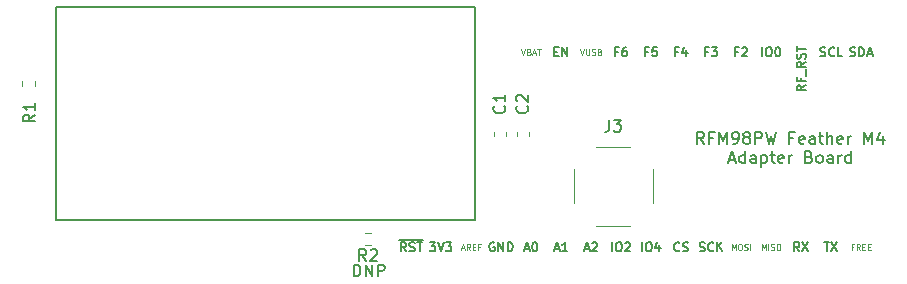
<source format=gbr>
G04 #@! TF.GenerationSoftware,KiCad,Pcbnew,(6.0.7-1)-1*
G04 #@! TF.CreationDate,2023-10-03T00:10:03-07:00*
G04 #@! TF.ProjectId,FeatherWing_KC5,46656174-6865-4725-9769-6e675f4b4335,rev?*
G04 #@! TF.SameCoordinates,Original*
G04 #@! TF.FileFunction,Legend,Top*
G04 #@! TF.FilePolarity,Positive*
%FSLAX46Y46*%
G04 Gerber Fmt 4.6, Leading zero omitted, Abs format (unit mm)*
G04 Created by KiCad (PCBNEW (6.0.7-1)-1) date 2023-10-03 00:10:03*
%MOMM*%
%LPD*%
G01*
G04 APERTURE LIST*
%ADD10C,0.150000*%
%ADD11C,0.100000*%
%ADD12C,0.120000*%
%ADD13C,0.127000*%
G04 APERTURE END LIST*
D10*
X80951428Y-63914285D02*
X81415714Y-63914285D01*
X81165714Y-64200000D01*
X81272857Y-64200000D01*
X81344285Y-64235714D01*
X81380000Y-64271428D01*
X81415714Y-64342857D01*
X81415714Y-64521428D01*
X81380000Y-64592857D01*
X81344285Y-64628571D01*
X81272857Y-64664285D01*
X81058571Y-64664285D01*
X80987142Y-64628571D01*
X80951428Y-64592857D01*
X81630000Y-63914285D02*
X81880000Y-64664285D01*
X82130000Y-63914285D01*
X82308571Y-63914285D02*
X82772857Y-63914285D01*
X82522857Y-64200000D01*
X82630000Y-64200000D01*
X82701428Y-64235714D01*
X82737142Y-64271428D01*
X82772857Y-64342857D01*
X82772857Y-64521428D01*
X82737142Y-64592857D01*
X82701428Y-64628571D01*
X82630000Y-64664285D01*
X82415714Y-64664285D01*
X82344285Y-64628571D01*
X82308571Y-64592857D01*
D11*
X83610476Y-64408333D02*
X83848571Y-64408333D01*
X83562857Y-64551190D02*
X83729523Y-64051190D01*
X83896190Y-64551190D01*
X84348571Y-64551190D02*
X84181904Y-64313095D01*
X84062857Y-64551190D02*
X84062857Y-64051190D01*
X84253333Y-64051190D01*
X84300952Y-64075000D01*
X84324761Y-64098809D01*
X84348571Y-64146428D01*
X84348571Y-64217857D01*
X84324761Y-64265476D01*
X84300952Y-64289285D01*
X84253333Y-64313095D01*
X84062857Y-64313095D01*
X84562857Y-64289285D02*
X84729523Y-64289285D01*
X84800952Y-64551190D02*
X84562857Y-64551190D01*
X84562857Y-64051190D01*
X84800952Y-64051190D01*
X85181904Y-64289285D02*
X85015238Y-64289285D01*
X85015238Y-64551190D02*
X85015238Y-64051190D01*
X85253333Y-64051190D01*
D10*
X86388571Y-63950000D02*
X86317142Y-63914285D01*
X86210000Y-63914285D01*
X86102857Y-63950000D01*
X86031428Y-64021428D01*
X85995714Y-64092857D01*
X85960000Y-64235714D01*
X85960000Y-64342857D01*
X85995714Y-64485714D01*
X86031428Y-64557142D01*
X86102857Y-64628571D01*
X86210000Y-64664285D01*
X86281428Y-64664285D01*
X86388571Y-64628571D01*
X86424285Y-64592857D01*
X86424285Y-64342857D01*
X86281428Y-64342857D01*
X86745714Y-64664285D02*
X86745714Y-63914285D01*
X87174285Y-64664285D01*
X87174285Y-63914285D01*
X87531428Y-64664285D02*
X87531428Y-63914285D01*
X87710000Y-63914285D01*
X87817142Y-63950000D01*
X87888571Y-64021428D01*
X87924285Y-64092857D01*
X87960000Y-64235714D01*
X87960000Y-64342857D01*
X87924285Y-64485714D01*
X87888571Y-64557142D01*
X87817142Y-64628571D01*
X87710000Y-64664285D01*
X87531428Y-64664285D01*
X88964285Y-64450000D02*
X89321428Y-64450000D01*
X88892857Y-64664285D02*
X89142857Y-63914285D01*
X89392857Y-64664285D01*
X89785714Y-63914285D02*
X89857142Y-63914285D01*
X89928571Y-63950000D01*
X89964285Y-63985714D01*
X90000000Y-64057142D01*
X90035714Y-64200000D01*
X90035714Y-64378571D01*
X90000000Y-64521428D01*
X89964285Y-64592857D01*
X89928571Y-64628571D01*
X89857142Y-64664285D01*
X89785714Y-64664285D01*
X89714285Y-64628571D01*
X89678571Y-64592857D01*
X89642857Y-64521428D01*
X89607142Y-64378571D01*
X89607142Y-64200000D01*
X89642857Y-64057142D01*
X89678571Y-63985714D01*
X89714285Y-63950000D01*
X89785714Y-63914285D01*
X91504285Y-64450000D02*
X91861428Y-64450000D01*
X91432857Y-64664285D02*
X91682857Y-63914285D01*
X91932857Y-64664285D01*
X92575714Y-64664285D02*
X92147142Y-64664285D01*
X92361428Y-64664285D02*
X92361428Y-63914285D01*
X92290000Y-64021428D01*
X92218571Y-64092857D01*
X92147142Y-64128571D01*
X94044285Y-64450000D02*
X94401428Y-64450000D01*
X93972857Y-64664285D02*
X94222857Y-63914285D01*
X94472857Y-64664285D01*
X94687142Y-63985714D02*
X94722857Y-63950000D01*
X94794285Y-63914285D01*
X94972857Y-63914285D01*
X95044285Y-63950000D01*
X95080000Y-63985714D01*
X95115714Y-64057142D01*
X95115714Y-64128571D01*
X95080000Y-64235714D01*
X94651428Y-64664285D01*
X95115714Y-64664285D01*
X96370000Y-64664285D02*
X96370000Y-63914285D01*
X96870000Y-63914285D02*
X97012857Y-63914285D01*
X97084285Y-63950000D01*
X97155714Y-64021428D01*
X97191428Y-64164285D01*
X97191428Y-64414285D01*
X97155714Y-64557142D01*
X97084285Y-64628571D01*
X97012857Y-64664285D01*
X96870000Y-64664285D01*
X96798571Y-64628571D01*
X96727142Y-64557142D01*
X96691428Y-64414285D01*
X96691428Y-64164285D01*
X96727142Y-64021428D01*
X96798571Y-63950000D01*
X96870000Y-63914285D01*
X97477142Y-63985714D02*
X97512857Y-63950000D01*
X97584285Y-63914285D01*
X97762857Y-63914285D01*
X97834285Y-63950000D01*
X97870000Y-63985714D01*
X97905714Y-64057142D01*
X97905714Y-64128571D01*
X97870000Y-64235714D01*
X97441428Y-64664285D01*
X97905714Y-64664285D01*
X98910000Y-64664285D02*
X98910000Y-63914285D01*
X99410000Y-63914285D02*
X99552857Y-63914285D01*
X99624285Y-63950000D01*
X99695714Y-64021428D01*
X99731428Y-64164285D01*
X99731428Y-64414285D01*
X99695714Y-64557142D01*
X99624285Y-64628571D01*
X99552857Y-64664285D01*
X99410000Y-64664285D01*
X99338571Y-64628571D01*
X99267142Y-64557142D01*
X99231428Y-64414285D01*
X99231428Y-64164285D01*
X99267142Y-64021428D01*
X99338571Y-63950000D01*
X99410000Y-63914285D01*
X100374285Y-64164285D02*
X100374285Y-64664285D01*
X100195714Y-63878571D02*
X100017142Y-64414285D01*
X100481428Y-64414285D01*
X102075000Y-64592857D02*
X102039285Y-64628571D01*
X101932142Y-64664285D01*
X101860714Y-64664285D01*
X101753571Y-64628571D01*
X101682142Y-64557142D01*
X101646428Y-64485714D01*
X101610714Y-64342857D01*
X101610714Y-64235714D01*
X101646428Y-64092857D01*
X101682142Y-64021428D01*
X101753571Y-63950000D01*
X101860714Y-63914285D01*
X101932142Y-63914285D01*
X102039285Y-63950000D01*
X102075000Y-63985714D01*
X102360714Y-64628571D02*
X102467857Y-64664285D01*
X102646428Y-64664285D01*
X102717857Y-64628571D01*
X102753571Y-64592857D01*
X102789285Y-64521428D01*
X102789285Y-64450000D01*
X102753571Y-64378571D01*
X102717857Y-64342857D01*
X102646428Y-64307142D01*
X102503571Y-64271428D01*
X102432142Y-64235714D01*
X102396428Y-64200000D01*
X102360714Y-64128571D01*
X102360714Y-64057142D01*
X102396428Y-63985714D01*
X102432142Y-63950000D01*
X102503571Y-63914285D01*
X102682142Y-63914285D01*
X102789285Y-63950000D01*
X103775714Y-64628571D02*
X103882857Y-64664285D01*
X104061428Y-64664285D01*
X104132857Y-64628571D01*
X104168571Y-64592857D01*
X104204285Y-64521428D01*
X104204285Y-64450000D01*
X104168571Y-64378571D01*
X104132857Y-64342857D01*
X104061428Y-64307142D01*
X103918571Y-64271428D01*
X103847142Y-64235714D01*
X103811428Y-64200000D01*
X103775714Y-64128571D01*
X103775714Y-64057142D01*
X103811428Y-63985714D01*
X103847142Y-63950000D01*
X103918571Y-63914285D01*
X104097142Y-63914285D01*
X104204285Y-63950000D01*
X104954285Y-64592857D02*
X104918571Y-64628571D01*
X104811428Y-64664285D01*
X104740000Y-64664285D01*
X104632857Y-64628571D01*
X104561428Y-64557142D01*
X104525714Y-64485714D01*
X104490000Y-64342857D01*
X104490000Y-64235714D01*
X104525714Y-64092857D01*
X104561428Y-64021428D01*
X104632857Y-63950000D01*
X104740000Y-63914285D01*
X104811428Y-63914285D01*
X104918571Y-63950000D01*
X104954285Y-63985714D01*
X105275714Y-64664285D02*
X105275714Y-63914285D01*
X105704285Y-64664285D02*
X105382857Y-64235714D01*
X105704285Y-63914285D02*
X105275714Y-64342857D01*
D11*
X106494285Y-64551190D02*
X106494285Y-64051190D01*
X106660952Y-64408333D01*
X106827619Y-64051190D01*
X106827619Y-64551190D01*
X107160952Y-64051190D02*
X107256190Y-64051190D01*
X107303809Y-64075000D01*
X107351428Y-64122619D01*
X107375238Y-64217857D01*
X107375238Y-64384523D01*
X107351428Y-64479761D01*
X107303809Y-64527380D01*
X107256190Y-64551190D01*
X107160952Y-64551190D01*
X107113333Y-64527380D01*
X107065714Y-64479761D01*
X107041904Y-64384523D01*
X107041904Y-64217857D01*
X107065714Y-64122619D01*
X107113333Y-64075000D01*
X107160952Y-64051190D01*
X107565714Y-64527380D02*
X107637142Y-64551190D01*
X107756190Y-64551190D01*
X107803809Y-64527380D01*
X107827619Y-64503571D01*
X107851428Y-64455952D01*
X107851428Y-64408333D01*
X107827619Y-64360714D01*
X107803809Y-64336904D01*
X107756190Y-64313095D01*
X107660952Y-64289285D01*
X107613333Y-64265476D01*
X107589523Y-64241666D01*
X107565714Y-64194047D01*
X107565714Y-64146428D01*
X107589523Y-64098809D01*
X107613333Y-64075000D01*
X107660952Y-64051190D01*
X107780000Y-64051190D01*
X107851428Y-64075000D01*
X108065714Y-64551190D02*
X108065714Y-64051190D01*
X109034285Y-64551190D02*
X109034285Y-64051190D01*
X109200952Y-64408333D01*
X109367619Y-64051190D01*
X109367619Y-64551190D01*
X109605714Y-64551190D02*
X109605714Y-64051190D01*
X109820000Y-64527380D02*
X109891428Y-64551190D01*
X110010476Y-64551190D01*
X110058095Y-64527380D01*
X110081904Y-64503571D01*
X110105714Y-64455952D01*
X110105714Y-64408333D01*
X110081904Y-64360714D01*
X110058095Y-64336904D01*
X110010476Y-64313095D01*
X109915238Y-64289285D01*
X109867619Y-64265476D01*
X109843809Y-64241666D01*
X109820000Y-64194047D01*
X109820000Y-64146428D01*
X109843809Y-64098809D01*
X109867619Y-64075000D01*
X109915238Y-64051190D01*
X110034285Y-64051190D01*
X110105714Y-64075000D01*
X110415238Y-64051190D02*
X110510476Y-64051190D01*
X110558095Y-64075000D01*
X110605714Y-64122619D01*
X110629523Y-64217857D01*
X110629523Y-64384523D01*
X110605714Y-64479761D01*
X110558095Y-64527380D01*
X110510476Y-64551190D01*
X110415238Y-64551190D01*
X110367619Y-64527380D01*
X110320000Y-64479761D01*
X110296190Y-64384523D01*
X110296190Y-64217857D01*
X110320000Y-64122619D01*
X110367619Y-64075000D01*
X110415238Y-64051190D01*
D10*
X112235000Y-64664285D02*
X111985000Y-64307142D01*
X111806428Y-64664285D02*
X111806428Y-63914285D01*
X112092142Y-63914285D01*
X112163571Y-63950000D01*
X112199285Y-63985714D01*
X112235000Y-64057142D01*
X112235000Y-64164285D01*
X112199285Y-64235714D01*
X112163571Y-64271428D01*
X112092142Y-64307142D01*
X111806428Y-64307142D01*
X112485000Y-63914285D02*
X112985000Y-64664285D01*
X112985000Y-63914285D02*
X112485000Y-64664285D01*
X114328571Y-63914285D02*
X114757142Y-63914285D01*
X114542857Y-64664285D02*
X114542857Y-63914285D01*
X114935714Y-63914285D02*
X115435714Y-64664285D01*
X115435714Y-63914285D02*
X114935714Y-64664285D01*
D11*
X116809047Y-64289285D02*
X116642380Y-64289285D01*
X116642380Y-64551190D02*
X116642380Y-64051190D01*
X116880476Y-64051190D01*
X117356666Y-64551190D02*
X117190000Y-64313095D01*
X117070952Y-64551190D02*
X117070952Y-64051190D01*
X117261428Y-64051190D01*
X117309047Y-64075000D01*
X117332857Y-64098809D01*
X117356666Y-64146428D01*
X117356666Y-64217857D01*
X117332857Y-64265476D01*
X117309047Y-64289285D01*
X117261428Y-64313095D01*
X117070952Y-64313095D01*
X117570952Y-64289285D02*
X117737619Y-64289285D01*
X117809047Y-64551190D02*
X117570952Y-64551190D01*
X117570952Y-64051190D01*
X117809047Y-64051190D01*
X118023333Y-64289285D02*
X118190000Y-64289285D01*
X118261428Y-64551190D02*
X118023333Y-64551190D01*
X118023333Y-64051190D01*
X118261428Y-64051190D01*
D10*
X116529285Y-48118571D02*
X116636428Y-48154285D01*
X116815000Y-48154285D01*
X116886428Y-48118571D01*
X116922142Y-48082857D01*
X116957857Y-48011428D01*
X116957857Y-47940000D01*
X116922142Y-47868571D01*
X116886428Y-47832857D01*
X116815000Y-47797142D01*
X116672142Y-47761428D01*
X116600714Y-47725714D01*
X116565000Y-47690000D01*
X116529285Y-47618571D01*
X116529285Y-47547142D01*
X116565000Y-47475714D01*
X116600714Y-47440000D01*
X116672142Y-47404285D01*
X116850714Y-47404285D01*
X116957857Y-47440000D01*
X117279285Y-48154285D02*
X117279285Y-47404285D01*
X117457857Y-47404285D01*
X117565000Y-47440000D01*
X117636428Y-47511428D01*
X117672142Y-47582857D01*
X117707857Y-47725714D01*
X117707857Y-47832857D01*
X117672142Y-47975714D01*
X117636428Y-48047142D01*
X117565000Y-48118571D01*
X117457857Y-48154285D01*
X117279285Y-48154285D01*
X117993571Y-47940000D02*
X118350714Y-47940000D01*
X117922142Y-48154285D02*
X118172142Y-47404285D01*
X118422142Y-48154285D01*
X114007142Y-48118571D02*
X114114285Y-48154285D01*
X114292857Y-48154285D01*
X114364285Y-48118571D01*
X114400000Y-48082857D01*
X114435714Y-48011428D01*
X114435714Y-47940000D01*
X114400000Y-47868571D01*
X114364285Y-47832857D01*
X114292857Y-47797142D01*
X114150000Y-47761428D01*
X114078571Y-47725714D01*
X114042857Y-47690000D01*
X114007142Y-47618571D01*
X114007142Y-47547142D01*
X114042857Y-47475714D01*
X114078571Y-47440000D01*
X114150000Y-47404285D01*
X114328571Y-47404285D01*
X114435714Y-47440000D01*
X115185714Y-48082857D02*
X115150000Y-48118571D01*
X115042857Y-48154285D01*
X114971428Y-48154285D01*
X114864285Y-48118571D01*
X114792857Y-48047142D01*
X114757142Y-47975714D01*
X114721428Y-47832857D01*
X114721428Y-47725714D01*
X114757142Y-47582857D01*
X114792857Y-47511428D01*
X114864285Y-47440000D01*
X114971428Y-47404285D01*
X115042857Y-47404285D01*
X115150000Y-47440000D01*
X115185714Y-47475714D01*
X115864285Y-48154285D02*
X115507142Y-48154285D01*
X115507142Y-47404285D01*
X112749285Y-50612857D02*
X112392142Y-50862857D01*
X112749285Y-51041428D02*
X111999285Y-51041428D01*
X111999285Y-50755714D01*
X112035000Y-50684285D01*
X112070714Y-50648571D01*
X112142142Y-50612857D01*
X112249285Y-50612857D01*
X112320714Y-50648571D01*
X112356428Y-50684285D01*
X112392142Y-50755714D01*
X112392142Y-51041428D01*
X112356428Y-50041428D02*
X112356428Y-50291428D01*
X112749285Y-50291428D02*
X111999285Y-50291428D01*
X111999285Y-49934285D01*
X112820714Y-49827142D02*
X112820714Y-49255714D01*
X112749285Y-48648571D02*
X112392142Y-48898571D01*
X112749285Y-49077142D02*
X111999285Y-49077142D01*
X111999285Y-48791428D01*
X112035000Y-48720000D01*
X112070714Y-48684285D01*
X112142142Y-48648571D01*
X112249285Y-48648571D01*
X112320714Y-48684285D01*
X112356428Y-48720000D01*
X112392142Y-48791428D01*
X112392142Y-49077142D01*
X112713571Y-48362857D02*
X112749285Y-48255714D01*
X112749285Y-48077142D01*
X112713571Y-48005714D01*
X112677857Y-47970000D01*
X112606428Y-47934285D01*
X112535000Y-47934285D01*
X112463571Y-47970000D01*
X112427857Y-48005714D01*
X112392142Y-48077142D01*
X112356428Y-48220000D01*
X112320714Y-48291428D01*
X112285000Y-48327142D01*
X112213571Y-48362857D01*
X112142142Y-48362857D01*
X112070714Y-48327142D01*
X112035000Y-48291428D01*
X111999285Y-48220000D01*
X111999285Y-48041428D01*
X112035000Y-47934285D01*
X111999285Y-47720000D02*
X111999285Y-47291428D01*
X112749285Y-47505714D02*
X111999285Y-47505714D01*
X109070000Y-48154285D02*
X109070000Y-47404285D01*
X109570000Y-47404285D02*
X109712857Y-47404285D01*
X109784285Y-47440000D01*
X109855714Y-47511428D01*
X109891428Y-47654285D01*
X109891428Y-47904285D01*
X109855714Y-48047142D01*
X109784285Y-48118571D01*
X109712857Y-48154285D01*
X109570000Y-48154285D01*
X109498571Y-48118571D01*
X109427142Y-48047142D01*
X109391428Y-47904285D01*
X109391428Y-47654285D01*
X109427142Y-47511428D01*
X109498571Y-47440000D01*
X109570000Y-47404285D01*
X110355714Y-47404285D02*
X110427142Y-47404285D01*
X110498571Y-47440000D01*
X110534285Y-47475714D01*
X110570000Y-47547142D01*
X110605714Y-47690000D01*
X110605714Y-47868571D01*
X110570000Y-48011428D01*
X110534285Y-48082857D01*
X110498571Y-48118571D01*
X110427142Y-48154285D01*
X110355714Y-48154285D01*
X110284285Y-48118571D01*
X110248571Y-48082857D01*
X110212857Y-48011428D01*
X110177142Y-47868571D01*
X110177142Y-47690000D01*
X110212857Y-47547142D01*
X110248571Y-47475714D01*
X110284285Y-47440000D01*
X110355714Y-47404285D01*
X107030000Y-47761428D02*
X106780000Y-47761428D01*
X106780000Y-48154285D02*
X106780000Y-47404285D01*
X107137142Y-47404285D01*
X107387142Y-47475714D02*
X107422857Y-47440000D01*
X107494285Y-47404285D01*
X107672857Y-47404285D01*
X107744285Y-47440000D01*
X107780000Y-47475714D01*
X107815714Y-47547142D01*
X107815714Y-47618571D01*
X107780000Y-47725714D01*
X107351428Y-48154285D01*
X107815714Y-48154285D01*
X104490000Y-47761428D02*
X104240000Y-47761428D01*
X104240000Y-48154285D02*
X104240000Y-47404285D01*
X104597142Y-47404285D01*
X104811428Y-47404285D02*
X105275714Y-47404285D01*
X105025714Y-47690000D01*
X105132857Y-47690000D01*
X105204285Y-47725714D01*
X105240000Y-47761428D01*
X105275714Y-47832857D01*
X105275714Y-48011428D01*
X105240000Y-48082857D01*
X105204285Y-48118571D01*
X105132857Y-48154285D01*
X104918571Y-48154285D01*
X104847142Y-48118571D01*
X104811428Y-48082857D01*
X101950000Y-47761428D02*
X101700000Y-47761428D01*
X101700000Y-48154285D02*
X101700000Y-47404285D01*
X102057142Y-47404285D01*
X102664285Y-47654285D02*
X102664285Y-48154285D01*
X102485714Y-47368571D02*
X102307142Y-47904285D01*
X102771428Y-47904285D01*
X99410000Y-47761428D02*
X99160000Y-47761428D01*
X99160000Y-48154285D02*
X99160000Y-47404285D01*
X99517142Y-47404285D01*
X100160000Y-47404285D02*
X99802857Y-47404285D01*
X99767142Y-47761428D01*
X99802857Y-47725714D01*
X99874285Y-47690000D01*
X100052857Y-47690000D01*
X100124285Y-47725714D01*
X100160000Y-47761428D01*
X100195714Y-47832857D01*
X100195714Y-48011428D01*
X100160000Y-48082857D01*
X100124285Y-48118571D01*
X100052857Y-48154285D01*
X99874285Y-48154285D01*
X99802857Y-48118571D01*
X99767142Y-48082857D01*
X96870000Y-47761428D02*
X96620000Y-47761428D01*
X96620000Y-48154285D02*
X96620000Y-47404285D01*
X96977142Y-47404285D01*
X97584285Y-47404285D02*
X97441428Y-47404285D01*
X97370000Y-47440000D01*
X97334285Y-47475714D01*
X97262857Y-47582857D01*
X97227142Y-47725714D01*
X97227142Y-48011428D01*
X97262857Y-48082857D01*
X97298571Y-48118571D01*
X97370000Y-48154285D01*
X97512857Y-48154285D01*
X97584285Y-48118571D01*
X97620000Y-48082857D01*
X97655714Y-48011428D01*
X97655714Y-47832857D01*
X97620000Y-47761428D01*
X97584285Y-47725714D01*
X97512857Y-47690000D01*
X97370000Y-47690000D01*
X97298571Y-47725714D01*
X97262857Y-47761428D01*
X97227142Y-47832857D01*
X91486428Y-47761428D02*
X91736428Y-47761428D01*
X91843571Y-48154285D02*
X91486428Y-48154285D01*
X91486428Y-47404285D01*
X91843571Y-47404285D01*
X92165000Y-48154285D02*
X92165000Y-47404285D01*
X92593571Y-48154285D01*
X92593571Y-47404285D01*
D11*
X88678571Y-47541190D02*
X88845238Y-48041190D01*
X89011904Y-47541190D01*
X89345238Y-47779285D02*
X89416666Y-47803095D01*
X89440476Y-47826904D01*
X89464285Y-47874523D01*
X89464285Y-47945952D01*
X89440476Y-47993571D01*
X89416666Y-48017380D01*
X89369047Y-48041190D01*
X89178571Y-48041190D01*
X89178571Y-47541190D01*
X89345238Y-47541190D01*
X89392857Y-47565000D01*
X89416666Y-47588809D01*
X89440476Y-47636428D01*
X89440476Y-47684047D01*
X89416666Y-47731666D01*
X89392857Y-47755476D01*
X89345238Y-47779285D01*
X89178571Y-47779285D01*
X89654761Y-47898333D02*
X89892857Y-47898333D01*
X89607142Y-48041190D02*
X89773809Y-47541190D01*
X89940476Y-48041190D01*
X90035714Y-47541190D02*
X90321428Y-47541190D01*
X90178571Y-48041190D02*
X90178571Y-47541190D01*
X93663333Y-47541190D02*
X93830000Y-48041190D01*
X93996666Y-47541190D01*
X94163333Y-47541190D02*
X94163333Y-47945952D01*
X94187142Y-47993571D01*
X94210952Y-48017380D01*
X94258571Y-48041190D01*
X94353809Y-48041190D01*
X94401428Y-48017380D01*
X94425238Y-47993571D01*
X94449047Y-47945952D01*
X94449047Y-47541190D01*
X94663333Y-48017380D02*
X94734761Y-48041190D01*
X94853809Y-48041190D01*
X94901428Y-48017380D01*
X94925238Y-47993571D01*
X94949047Y-47945952D01*
X94949047Y-47898333D01*
X94925238Y-47850714D01*
X94901428Y-47826904D01*
X94853809Y-47803095D01*
X94758571Y-47779285D01*
X94710952Y-47755476D01*
X94687142Y-47731666D01*
X94663333Y-47684047D01*
X94663333Y-47636428D01*
X94687142Y-47588809D01*
X94710952Y-47565000D01*
X94758571Y-47541190D01*
X94877619Y-47541190D01*
X94949047Y-47565000D01*
X95330000Y-47779285D02*
X95401428Y-47803095D01*
X95425238Y-47826904D01*
X95449047Y-47874523D01*
X95449047Y-47945952D01*
X95425238Y-47993571D01*
X95401428Y-48017380D01*
X95353809Y-48041190D01*
X95163333Y-48041190D01*
X95163333Y-47541190D01*
X95330000Y-47541190D01*
X95377619Y-47565000D01*
X95401428Y-47588809D01*
X95425238Y-47636428D01*
X95425238Y-47684047D01*
X95401428Y-47731666D01*
X95377619Y-47755476D01*
X95330000Y-47779285D01*
X95163333Y-47779285D01*
D10*
X74494285Y-66792380D02*
X74494285Y-65792380D01*
X74732380Y-65792380D01*
X74875238Y-65840000D01*
X74970476Y-65935238D01*
X75018095Y-66030476D01*
X75065714Y-66220952D01*
X75065714Y-66363809D01*
X75018095Y-66554285D01*
X74970476Y-66649523D01*
X74875238Y-66744761D01*
X74732380Y-66792380D01*
X74494285Y-66792380D01*
X75494285Y-66792380D02*
X75494285Y-65792380D01*
X76065714Y-66792380D01*
X76065714Y-65792380D01*
X76541904Y-66792380D02*
X76541904Y-65792380D01*
X76922857Y-65792380D01*
X77018095Y-65840000D01*
X77065714Y-65887619D01*
X77113333Y-65982857D01*
X77113333Y-66125714D01*
X77065714Y-66220952D01*
X77018095Y-66268571D01*
X76922857Y-66316190D01*
X76541904Y-66316190D01*
X104150476Y-55587380D02*
X103817142Y-55111190D01*
X103579047Y-55587380D02*
X103579047Y-54587380D01*
X103960000Y-54587380D01*
X104055238Y-54635000D01*
X104102857Y-54682619D01*
X104150476Y-54777857D01*
X104150476Y-54920714D01*
X104102857Y-55015952D01*
X104055238Y-55063571D01*
X103960000Y-55111190D01*
X103579047Y-55111190D01*
X104912380Y-55063571D02*
X104579047Y-55063571D01*
X104579047Y-55587380D02*
X104579047Y-54587380D01*
X105055238Y-54587380D01*
X105436190Y-55587380D02*
X105436190Y-54587380D01*
X105769523Y-55301666D01*
X106102857Y-54587380D01*
X106102857Y-55587380D01*
X106626666Y-55587380D02*
X106817142Y-55587380D01*
X106912380Y-55539761D01*
X106960000Y-55492142D01*
X107055238Y-55349285D01*
X107102857Y-55158809D01*
X107102857Y-54777857D01*
X107055238Y-54682619D01*
X107007619Y-54635000D01*
X106912380Y-54587380D01*
X106721904Y-54587380D01*
X106626666Y-54635000D01*
X106579047Y-54682619D01*
X106531428Y-54777857D01*
X106531428Y-55015952D01*
X106579047Y-55111190D01*
X106626666Y-55158809D01*
X106721904Y-55206428D01*
X106912380Y-55206428D01*
X107007619Y-55158809D01*
X107055238Y-55111190D01*
X107102857Y-55015952D01*
X107674285Y-55015952D02*
X107579047Y-54968333D01*
X107531428Y-54920714D01*
X107483809Y-54825476D01*
X107483809Y-54777857D01*
X107531428Y-54682619D01*
X107579047Y-54635000D01*
X107674285Y-54587380D01*
X107864761Y-54587380D01*
X107960000Y-54635000D01*
X108007619Y-54682619D01*
X108055238Y-54777857D01*
X108055238Y-54825476D01*
X108007619Y-54920714D01*
X107960000Y-54968333D01*
X107864761Y-55015952D01*
X107674285Y-55015952D01*
X107579047Y-55063571D01*
X107531428Y-55111190D01*
X107483809Y-55206428D01*
X107483809Y-55396904D01*
X107531428Y-55492142D01*
X107579047Y-55539761D01*
X107674285Y-55587380D01*
X107864761Y-55587380D01*
X107960000Y-55539761D01*
X108007619Y-55492142D01*
X108055238Y-55396904D01*
X108055238Y-55206428D01*
X108007619Y-55111190D01*
X107960000Y-55063571D01*
X107864761Y-55015952D01*
X108483809Y-55587380D02*
X108483809Y-54587380D01*
X108864761Y-54587380D01*
X108960000Y-54635000D01*
X109007619Y-54682619D01*
X109055238Y-54777857D01*
X109055238Y-54920714D01*
X109007619Y-55015952D01*
X108960000Y-55063571D01*
X108864761Y-55111190D01*
X108483809Y-55111190D01*
X109388571Y-54587380D02*
X109626666Y-55587380D01*
X109817142Y-54873095D01*
X110007619Y-55587380D01*
X110245714Y-54587380D01*
X111721904Y-55063571D02*
X111388571Y-55063571D01*
X111388571Y-55587380D02*
X111388571Y-54587380D01*
X111864761Y-54587380D01*
X112626666Y-55539761D02*
X112531428Y-55587380D01*
X112340952Y-55587380D01*
X112245714Y-55539761D01*
X112198095Y-55444523D01*
X112198095Y-55063571D01*
X112245714Y-54968333D01*
X112340952Y-54920714D01*
X112531428Y-54920714D01*
X112626666Y-54968333D01*
X112674285Y-55063571D01*
X112674285Y-55158809D01*
X112198095Y-55254047D01*
X113531428Y-55587380D02*
X113531428Y-55063571D01*
X113483809Y-54968333D01*
X113388571Y-54920714D01*
X113198095Y-54920714D01*
X113102857Y-54968333D01*
X113531428Y-55539761D02*
X113436190Y-55587380D01*
X113198095Y-55587380D01*
X113102857Y-55539761D01*
X113055238Y-55444523D01*
X113055238Y-55349285D01*
X113102857Y-55254047D01*
X113198095Y-55206428D01*
X113436190Y-55206428D01*
X113531428Y-55158809D01*
X113864761Y-54920714D02*
X114245714Y-54920714D01*
X114007619Y-54587380D02*
X114007619Y-55444523D01*
X114055238Y-55539761D01*
X114150476Y-55587380D01*
X114245714Y-55587380D01*
X114579047Y-55587380D02*
X114579047Y-54587380D01*
X115007619Y-55587380D02*
X115007619Y-55063571D01*
X114960000Y-54968333D01*
X114864761Y-54920714D01*
X114721904Y-54920714D01*
X114626666Y-54968333D01*
X114579047Y-55015952D01*
X115864761Y-55539761D02*
X115769523Y-55587380D01*
X115579047Y-55587380D01*
X115483809Y-55539761D01*
X115436190Y-55444523D01*
X115436190Y-55063571D01*
X115483809Y-54968333D01*
X115579047Y-54920714D01*
X115769523Y-54920714D01*
X115864761Y-54968333D01*
X115912380Y-55063571D01*
X115912380Y-55158809D01*
X115436190Y-55254047D01*
X116340952Y-55587380D02*
X116340952Y-54920714D01*
X116340952Y-55111190D02*
X116388571Y-55015952D01*
X116436190Y-54968333D01*
X116531428Y-54920714D01*
X116626666Y-54920714D01*
X117721904Y-55587380D02*
X117721904Y-54587380D01*
X118055238Y-55301666D01*
X118388571Y-54587380D01*
X118388571Y-55587380D01*
X119293333Y-54920714D02*
X119293333Y-55587380D01*
X119055238Y-54539761D02*
X118817142Y-55254047D01*
X119436190Y-55254047D01*
X106293333Y-56911666D02*
X106769523Y-56911666D01*
X106198095Y-57197380D02*
X106531428Y-56197380D01*
X106864761Y-57197380D01*
X107626666Y-57197380D02*
X107626666Y-56197380D01*
X107626666Y-57149761D02*
X107531428Y-57197380D01*
X107340952Y-57197380D01*
X107245714Y-57149761D01*
X107198095Y-57102142D01*
X107150476Y-57006904D01*
X107150476Y-56721190D01*
X107198095Y-56625952D01*
X107245714Y-56578333D01*
X107340952Y-56530714D01*
X107531428Y-56530714D01*
X107626666Y-56578333D01*
X108531428Y-57197380D02*
X108531428Y-56673571D01*
X108483809Y-56578333D01*
X108388571Y-56530714D01*
X108198095Y-56530714D01*
X108102857Y-56578333D01*
X108531428Y-57149761D02*
X108436190Y-57197380D01*
X108198095Y-57197380D01*
X108102857Y-57149761D01*
X108055238Y-57054523D01*
X108055238Y-56959285D01*
X108102857Y-56864047D01*
X108198095Y-56816428D01*
X108436190Y-56816428D01*
X108531428Y-56768809D01*
X109007619Y-56530714D02*
X109007619Y-57530714D01*
X109007619Y-56578333D02*
X109102857Y-56530714D01*
X109293333Y-56530714D01*
X109388571Y-56578333D01*
X109436190Y-56625952D01*
X109483809Y-56721190D01*
X109483809Y-57006904D01*
X109436190Y-57102142D01*
X109388571Y-57149761D01*
X109293333Y-57197380D01*
X109102857Y-57197380D01*
X109007619Y-57149761D01*
X109769523Y-56530714D02*
X110150476Y-56530714D01*
X109912380Y-56197380D02*
X109912380Y-57054523D01*
X109960000Y-57149761D01*
X110055238Y-57197380D01*
X110150476Y-57197380D01*
X110864761Y-57149761D02*
X110769523Y-57197380D01*
X110579047Y-57197380D01*
X110483809Y-57149761D01*
X110436190Y-57054523D01*
X110436190Y-56673571D01*
X110483809Y-56578333D01*
X110579047Y-56530714D01*
X110769523Y-56530714D01*
X110864761Y-56578333D01*
X110912380Y-56673571D01*
X110912380Y-56768809D01*
X110436190Y-56864047D01*
X111340952Y-57197380D02*
X111340952Y-56530714D01*
X111340952Y-56721190D02*
X111388571Y-56625952D01*
X111436190Y-56578333D01*
X111531428Y-56530714D01*
X111626666Y-56530714D01*
X113055238Y-56673571D02*
X113198095Y-56721190D01*
X113245714Y-56768809D01*
X113293333Y-56864047D01*
X113293333Y-57006904D01*
X113245714Y-57102142D01*
X113198095Y-57149761D01*
X113102857Y-57197380D01*
X112721904Y-57197380D01*
X112721904Y-56197380D01*
X113055238Y-56197380D01*
X113150476Y-56245000D01*
X113198095Y-56292619D01*
X113245714Y-56387857D01*
X113245714Y-56483095D01*
X113198095Y-56578333D01*
X113150476Y-56625952D01*
X113055238Y-56673571D01*
X112721904Y-56673571D01*
X113864761Y-57197380D02*
X113769523Y-57149761D01*
X113721904Y-57102142D01*
X113674285Y-57006904D01*
X113674285Y-56721190D01*
X113721904Y-56625952D01*
X113769523Y-56578333D01*
X113864761Y-56530714D01*
X114007619Y-56530714D01*
X114102857Y-56578333D01*
X114150476Y-56625952D01*
X114198095Y-56721190D01*
X114198095Y-57006904D01*
X114150476Y-57102142D01*
X114102857Y-57149761D01*
X114007619Y-57197380D01*
X113864761Y-57197380D01*
X115055238Y-57197380D02*
X115055238Y-56673571D01*
X115007619Y-56578333D01*
X114912380Y-56530714D01*
X114721904Y-56530714D01*
X114626666Y-56578333D01*
X115055238Y-57149761D02*
X114960000Y-57197380D01*
X114721904Y-57197380D01*
X114626666Y-57149761D01*
X114579047Y-57054523D01*
X114579047Y-56959285D01*
X114626666Y-56864047D01*
X114721904Y-56816428D01*
X114960000Y-56816428D01*
X115055238Y-56768809D01*
X115531428Y-57197380D02*
X115531428Y-56530714D01*
X115531428Y-56721190D02*
X115579047Y-56625952D01*
X115626666Y-56578333D01*
X115721904Y-56530714D01*
X115817142Y-56530714D01*
X116579047Y-57197380D02*
X116579047Y-56197380D01*
X116579047Y-57149761D02*
X116483809Y-57197380D01*
X116293333Y-57197380D01*
X116198095Y-57149761D01*
X116150476Y-57102142D01*
X116102857Y-57006904D01*
X116102857Y-56721190D01*
X116150476Y-56625952D01*
X116198095Y-56578333D01*
X116293333Y-56530714D01*
X116483809Y-56530714D01*
X116579047Y-56578333D01*
X78322142Y-63702500D02*
X79072142Y-63702500D01*
X78929285Y-64664285D02*
X78679285Y-64307142D01*
X78500714Y-64664285D02*
X78500714Y-63914285D01*
X78786428Y-63914285D01*
X78857857Y-63950000D01*
X78893571Y-63985714D01*
X78929285Y-64057142D01*
X78929285Y-64164285D01*
X78893571Y-64235714D01*
X78857857Y-64271428D01*
X78786428Y-64307142D01*
X78500714Y-64307142D01*
X79072142Y-63702500D02*
X79786428Y-63702500D01*
X79215000Y-64628571D02*
X79322142Y-64664285D01*
X79500714Y-64664285D01*
X79572142Y-64628571D01*
X79607857Y-64592857D01*
X79643571Y-64521428D01*
X79643571Y-64450000D01*
X79607857Y-64378571D01*
X79572142Y-64342857D01*
X79500714Y-64307142D01*
X79357857Y-64271428D01*
X79286428Y-64235714D01*
X79250714Y-64200000D01*
X79215000Y-64128571D01*
X79215000Y-64057142D01*
X79250714Y-63985714D01*
X79286428Y-63950000D01*
X79357857Y-63914285D01*
X79536428Y-63914285D01*
X79643571Y-63950000D01*
X79786428Y-63702500D02*
X80357857Y-63702500D01*
X79857857Y-63914285D02*
X80286428Y-63914285D01*
X80072142Y-64664285D02*
X80072142Y-63914285D01*
X47512380Y-53096666D02*
X47036190Y-53430000D01*
X47512380Y-53668095D02*
X46512380Y-53668095D01*
X46512380Y-53287142D01*
X46560000Y-53191904D01*
X46607619Y-53144285D01*
X46702857Y-53096666D01*
X46845714Y-53096666D01*
X46940952Y-53144285D01*
X46988571Y-53191904D01*
X47036190Y-53287142D01*
X47036190Y-53668095D01*
X47512380Y-52144285D02*
X47512380Y-52715714D01*
X47512380Y-52430000D02*
X46512380Y-52430000D01*
X46655238Y-52525238D01*
X46750476Y-52620476D01*
X46798095Y-52715714D01*
X87227142Y-52366666D02*
X87274761Y-52414285D01*
X87322380Y-52557142D01*
X87322380Y-52652380D01*
X87274761Y-52795238D01*
X87179523Y-52890476D01*
X87084285Y-52938095D01*
X86893809Y-52985714D01*
X86750952Y-52985714D01*
X86560476Y-52938095D01*
X86465238Y-52890476D01*
X86370000Y-52795238D01*
X86322380Y-52652380D01*
X86322380Y-52557142D01*
X86370000Y-52414285D01*
X86417619Y-52366666D01*
X87322380Y-51414285D02*
X87322380Y-51985714D01*
X87322380Y-51700000D02*
X86322380Y-51700000D01*
X86465238Y-51795238D01*
X86560476Y-51890476D01*
X86608095Y-51985714D01*
X89167142Y-52356666D02*
X89214761Y-52404285D01*
X89262380Y-52547142D01*
X89262380Y-52642380D01*
X89214761Y-52785238D01*
X89119523Y-52880476D01*
X89024285Y-52928095D01*
X88833809Y-52975714D01*
X88690952Y-52975714D01*
X88500476Y-52928095D01*
X88405238Y-52880476D01*
X88310000Y-52785238D01*
X88262380Y-52642380D01*
X88262380Y-52547142D01*
X88310000Y-52404285D01*
X88357619Y-52356666D01*
X88357619Y-51975714D02*
X88310000Y-51928095D01*
X88262380Y-51832857D01*
X88262380Y-51594761D01*
X88310000Y-51499523D01*
X88357619Y-51451904D01*
X88452857Y-51404285D01*
X88548095Y-51404285D01*
X88690952Y-51451904D01*
X89262380Y-52023333D01*
X89262380Y-51404285D01*
X75553333Y-65492380D02*
X75220000Y-65016190D01*
X74981904Y-65492380D02*
X74981904Y-64492380D01*
X75362857Y-64492380D01*
X75458095Y-64540000D01*
X75505714Y-64587619D01*
X75553333Y-64682857D01*
X75553333Y-64825714D01*
X75505714Y-64920952D01*
X75458095Y-64968571D01*
X75362857Y-65016190D01*
X74981904Y-65016190D01*
X75934285Y-64587619D02*
X75981904Y-64540000D01*
X76077142Y-64492380D01*
X76315238Y-64492380D01*
X76410476Y-64540000D01*
X76458095Y-64587619D01*
X76505714Y-64682857D01*
X76505714Y-64778095D01*
X76458095Y-64920952D01*
X75886666Y-65492380D01*
X76505714Y-65492380D01*
X96126666Y-53529880D02*
X96126666Y-54244166D01*
X96079047Y-54387023D01*
X95983809Y-54482261D01*
X95840952Y-54529880D01*
X95745714Y-54529880D01*
X96507619Y-53529880D02*
X97126666Y-53529880D01*
X96793333Y-53910833D01*
X96936190Y-53910833D01*
X97031428Y-53958452D01*
X97079047Y-54006071D01*
X97126666Y-54101309D01*
X97126666Y-54339404D01*
X97079047Y-54434642D01*
X97031428Y-54482261D01*
X96936190Y-54529880D01*
X96650476Y-54529880D01*
X96555238Y-54482261D01*
X96507619Y-54434642D01*
D12*
X47482500Y-50222742D02*
X47482500Y-50697258D01*
X46437500Y-50222742D02*
X46437500Y-50697258D01*
X87430000Y-54870580D02*
X87430000Y-54589420D01*
X86410000Y-54870580D02*
X86410000Y-54589420D01*
X88330000Y-54880580D02*
X88330000Y-54599420D01*
X89350000Y-54880580D02*
X89350000Y-54599420D01*
X75957258Y-64132500D02*
X75482742Y-64132500D01*
X75957258Y-63087500D02*
X75482742Y-63087500D01*
D13*
X49330000Y-62010000D02*
X84730000Y-62010000D01*
X49330000Y-44010000D02*
X84730000Y-44010000D01*
X84730000Y-62010000D02*
X84730000Y-44010000D01*
X49330000Y-62010000D02*
X49330000Y-44010000D01*
D12*
X99815000Y-57707500D02*
X99815000Y-60607500D01*
X95010000Y-55802500D02*
X97910000Y-55802500D01*
X93105000Y-57707500D02*
X93105000Y-60607500D01*
X95010000Y-62512500D02*
X97910000Y-62512500D01*
M02*

</source>
